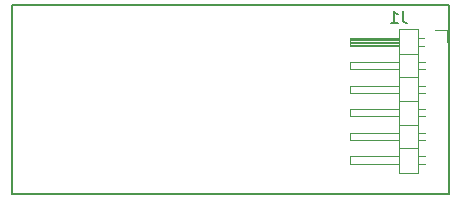
<source format=gbo>
G04 #@! TF.GenerationSoftware,KiCad,Pcbnew,7.0.0*
G04 #@! TF.CreationDate,2023-02-20T20:21:08-05:00*
G04 #@! TF.ProjectId,PCB,5043422e-6b69-4636-9164-5f7063625858,rev?*
G04 #@! TF.SameCoordinates,Original*
G04 #@! TF.FileFunction,Legend,Bot*
G04 #@! TF.FilePolarity,Positive*
%FSLAX46Y46*%
G04 Gerber Fmt 4.6, Leading zero omitted, Abs format (unit mm)*
G04 Created by KiCad (PCBNEW 7.0.0) date 2023-02-20 20:21:08*
%MOMM*%
%LPD*%
G01*
G04 APERTURE LIST*
%ADD10C,0.150000*%
%ADD11C,0.120000*%
%ADD12C,1.400000*%
%ADD13O,1.400000X1.400000*%
%ADD14R,1.800000X1.800000*%
%ADD15C,1.800000*%
%ADD16R,1.350000X1.350000*%
%ADD17O,1.350000X1.350000*%
%ADD18R,1.980000X3.960000*%
%ADD19O,1.980000X3.960000*%
%ADD20R,1.700000X1.700000*%
%ADD21O,1.700000X1.700000*%
%ADD22R,3.960000X1.980000*%
%ADD23O,3.960000X1.980000*%
%ADD24R,1.900000X1.900000*%
%ADD25C,1.900000*%
%ADD26C,1.700000*%
G04 APERTURE END LIST*
D10*
X197717223Y-48180878D02*
X160717223Y-48180878D01*
X160717223Y-48180878D02*
X160717223Y-64180878D01*
X160717223Y-64180878D02*
X197717223Y-64180878D01*
X197717223Y-64180878D02*
X197717223Y-48180878D01*
X193809141Y-48647958D02*
X193809141Y-49362244D01*
X193809141Y-49362244D02*
X193856760Y-49505101D01*
X193856760Y-49505101D02*
X193951998Y-49600339D01*
X193951998Y-49600339D02*
X194094855Y-49647958D01*
X194094855Y-49647958D02*
X194190093Y-49647958D01*
X192809141Y-49647958D02*
X193380569Y-49647958D01*
X193094855Y-49647958D02*
X193094855Y-48647958D01*
X193094855Y-48647958D02*
X193190093Y-48790816D01*
X193190093Y-48790816D02*
X193285331Y-48886054D01*
X193285331Y-48886054D02*
X193380569Y-48933673D01*
D11*
X195135808Y-54280578D02*
X193515808Y-54280578D01*
X189315808Y-54970578D02*
X189315808Y-55590578D01*
X195135808Y-60280578D02*
X193515808Y-60280578D01*
X195693694Y-60970578D02*
X195135808Y-60970578D01*
X197575808Y-51280578D02*
X197575808Y-50280578D01*
X193515808Y-56970578D02*
X189315808Y-56970578D01*
X189315808Y-61590578D02*
X193515808Y-61590578D01*
X193515808Y-51390578D02*
X189315808Y-51390578D01*
X189315808Y-51590578D02*
X193515808Y-51590578D01*
X195693694Y-57590578D02*
X195135808Y-57590578D01*
X193515808Y-54970578D02*
X189315808Y-54970578D01*
X189315808Y-50970578D02*
X189315808Y-51590578D01*
X189315808Y-57590578D02*
X193515808Y-57590578D01*
X195693694Y-53590578D02*
X195135808Y-53590578D01*
X195693694Y-59590578D02*
X195135808Y-59590578D01*
X195135808Y-50220578D02*
X195135808Y-62340578D01*
X189315808Y-59590578D02*
X193515808Y-59590578D01*
X193515808Y-62340578D02*
X193515808Y-50220578D01*
X193515808Y-50970578D02*
X189315808Y-50970578D01*
X195693694Y-54970578D02*
X195135808Y-54970578D01*
X195693694Y-56970578D02*
X195135808Y-56970578D01*
X193515808Y-51030578D02*
X189315808Y-51030578D01*
X189315808Y-53590578D02*
X193515808Y-53590578D01*
X195693694Y-55590578D02*
X195135808Y-55590578D01*
X193515808Y-58970578D02*
X189315808Y-58970578D01*
X189315808Y-52970578D02*
X189315808Y-53590578D01*
X195640808Y-51590578D02*
X195135808Y-51590578D01*
X189315808Y-56970578D02*
X189315808Y-57590578D01*
X189315808Y-60970578D02*
X189315808Y-61590578D01*
X195693694Y-58970578D02*
X195135808Y-58970578D01*
X195135808Y-62340578D02*
X193515808Y-62340578D01*
X195693694Y-61590578D02*
X195135808Y-61590578D01*
X195135808Y-58280578D02*
X193515808Y-58280578D01*
X193515808Y-51270578D02*
X189315808Y-51270578D01*
X193515808Y-51510578D02*
X189315808Y-51510578D01*
X189315808Y-55590578D02*
X193515808Y-55590578D01*
X195693694Y-52970578D02*
X195135808Y-52970578D01*
X193515808Y-50220578D02*
X195135808Y-50220578D01*
X193515808Y-60970578D02*
X189315808Y-60970578D01*
X195135808Y-52280578D02*
X193515808Y-52280578D01*
X195640808Y-50970578D02*
X195135808Y-50970578D01*
X197575808Y-50280578D02*
X196575808Y-50280578D01*
X195135808Y-56280578D02*
X193515808Y-56280578D01*
X193515808Y-52970578D02*
X189315808Y-52970578D01*
X193515808Y-51150578D02*
X189315808Y-51150578D01*
X189315808Y-58970578D02*
X189315808Y-59590578D01*
%LPC*%
D12*
X146250044Y-70161250D03*
D13*
X146250043Y-77781249D03*
D14*
X142239999Y-82089999D03*
D15*
X144780000Y-82090000D03*
D16*
X196575807Y-51280577D03*
D17*
X196575807Y-53280577D03*
X196575807Y-55280577D03*
X196575807Y-57280577D03*
X196575807Y-59280577D03*
X196575807Y-61280577D03*
D18*
X150889355Y-50325320D03*
D19*
X155889355Y-50325320D03*
D20*
X188713765Y-65940924D03*
D21*
X186173765Y-65940924D03*
X183633765Y-65940924D03*
X181093765Y-65940924D03*
X178553765Y-65940924D03*
X176013765Y-65940924D03*
X173473765Y-65940924D03*
X170933765Y-65940924D03*
D22*
X142000591Y-65520593D03*
D23*
X142000591Y-60520593D03*
D18*
X139117719Y-50359450D03*
D19*
X144117719Y-50359450D03*
D12*
X141599153Y-70187193D03*
D13*
X141599152Y-77807192D03*
D16*
X157479999Y-65499999D03*
D17*
X157479999Y-63499999D03*
X157479999Y-61499999D03*
X157479999Y-59499999D03*
D24*
X137159999Y-74857703D03*
D25*
X137160000Y-77357704D03*
X137160000Y-79857704D03*
D12*
X143952579Y-70177101D03*
D13*
X143952578Y-77797100D03*
D26*
X169490000Y-86076000D03*
X172030000Y-86076000D03*
X192350000Y-70820000D03*
X174570000Y-86076000D03*
X177110000Y-86076000D03*
X166950000Y-70820000D03*
X179650000Y-86076000D03*
X182190000Y-86076000D03*
X184730000Y-86076000D03*
X187270000Y-86076000D03*
X189810000Y-86076000D03*
X192350000Y-86076000D03*
X194890000Y-86076000D03*
X194890000Y-70820000D03*
X187270000Y-70820000D03*
X184730000Y-70820000D03*
X182190000Y-70820000D03*
X179650000Y-70820000D03*
X177110000Y-70820000D03*
X174570000Y-70820000D03*
X189810000Y-70820000D03*
X161870000Y-70820000D03*
X166950000Y-86076000D03*
X156790000Y-70820000D03*
D20*
X154249999Y-86075999D03*
D26*
X169490000Y-70820000D03*
X172030000Y-70820000D03*
X164410000Y-70820000D03*
X164410000Y-86076000D03*
X161870000Y-86076000D03*
X154250000Y-70820000D03*
X156790000Y-86076000D03*
X159330000Y-86076000D03*
X159330000Y-70820000D03*
M02*

</source>
